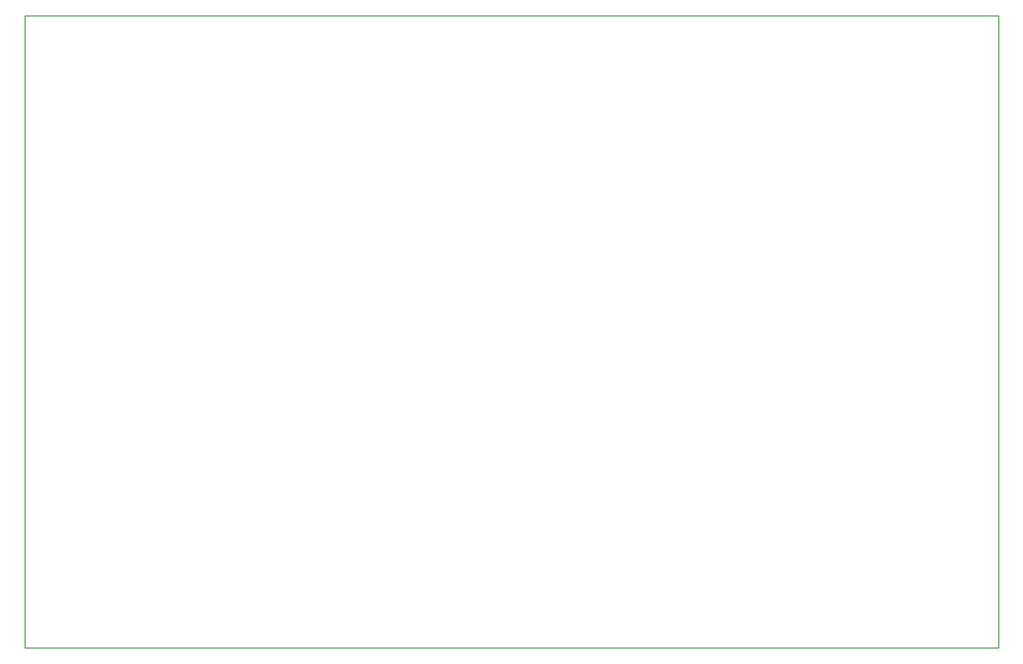
<source format=gbr>
%TF.GenerationSoftware,KiCad,Pcbnew,9.0.0-rc2-32673a0ead~182~ubuntu24.04.1*%
%TF.CreationDate,2025-01-29T18:27:37-05:00*%
%TF.ProjectId,cmod_s7,636d6f64-5f73-4372-9e6b-696361645f70,rev?*%
%TF.SameCoordinates,Original*%
%TF.FileFunction,Profile,NP*%
%FSLAX46Y46*%
G04 Gerber Fmt 4.6, Leading zero omitted, Abs format (unit mm)*
G04 Created by KiCad (PCBNEW 9.0.0-rc2-32673a0ead~182~ubuntu24.04.1) date 2025-01-29 18:27:37*
%MOMM*%
%LPD*%
G01*
G04 APERTURE LIST*
%TA.AperFunction,Profile*%
%ADD10C,0.050000*%
%TD*%
G04 APERTURE END LIST*
D10*
X83693000Y-28702000D02*
X174117000Y-28702000D01*
X174117000Y-87376000D01*
X83693000Y-87376000D01*
X83693000Y-28702000D01*
M02*

</source>
